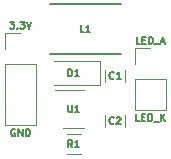
<source format=gto>
G04 #@! TF.FileFunction,Legend,Top*
%FSLAX46Y46*%
G04 Gerber Fmt 4.6, Leading zero omitted, Abs format (unit mm)*
G04 Created by KiCad (PCBNEW 4.0.6) date 07/26/17 22:00:31*
%MOMM*%
%LPD*%
G01*
G04 APERTURE LIST*
%ADD10C,0.100000*%
%ADD11C,0.150000*%
%ADD12C,0.120000*%
G04 APERTURE END LIST*
D10*
D11*
X101542858Y-96740000D02*
X101485715Y-96711429D01*
X101400001Y-96711429D01*
X101314286Y-96740000D01*
X101257144Y-96797143D01*
X101228572Y-96854286D01*
X101200001Y-96968571D01*
X101200001Y-97054286D01*
X101228572Y-97168571D01*
X101257144Y-97225714D01*
X101314286Y-97282857D01*
X101400001Y-97311429D01*
X101457144Y-97311429D01*
X101542858Y-97282857D01*
X101571429Y-97254286D01*
X101571429Y-97054286D01*
X101457144Y-97054286D01*
X101828572Y-97311429D02*
X101828572Y-96711429D01*
X102171429Y-97311429D01*
X102171429Y-96711429D01*
X102457143Y-97311429D02*
X102457143Y-96711429D01*
X102600000Y-96711429D01*
X102685715Y-96740000D01*
X102742857Y-96797143D01*
X102771429Y-96854286D01*
X102800000Y-96968571D01*
X102800000Y-97054286D01*
X102771429Y-97168571D01*
X102742857Y-97225714D01*
X102685715Y-97282857D01*
X102600000Y-97311429D01*
X102457143Y-97311429D01*
X101114285Y-87631429D02*
X101485714Y-87631429D01*
X101285714Y-87860000D01*
X101371428Y-87860000D01*
X101428571Y-87888571D01*
X101457142Y-87917143D01*
X101485714Y-87974286D01*
X101485714Y-88117143D01*
X101457142Y-88174286D01*
X101428571Y-88202857D01*
X101371428Y-88231429D01*
X101200000Y-88231429D01*
X101142857Y-88202857D01*
X101114285Y-88174286D01*
X101742857Y-88174286D02*
X101771429Y-88202857D01*
X101742857Y-88231429D01*
X101714286Y-88202857D01*
X101742857Y-88174286D01*
X101742857Y-88231429D01*
X101971428Y-87631429D02*
X102342857Y-87631429D01*
X102142857Y-87860000D01*
X102228571Y-87860000D01*
X102285714Y-87888571D01*
X102314285Y-87917143D01*
X102342857Y-87974286D01*
X102342857Y-88117143D01*
X102314285Y-88174286D01*
X102285714Y-88202857D01*
X102228571Y-88231429D01*
X102057143Y-88231429D01*
X102000000Y-88202857D01*
X101971428Y-88174286D01*
X102514286Y-87631429D02*
X102714286Y-88231429D01*
X102914286Y-87631429D01*
X112085714Y-96041429D02*
X111800000Y-96041429D01*
X111800000Y-95441429D01*
X112285714Y-95727143D02*
X112485714Y-95727143D01*
X112571428Y-96041429D02*
X112285714Y-96041429D01*
X112285714Y-95441429D01*
X112571428Y-95441429D01*
X112828571Y-96041429D02*
X112828571Y-95441429D01*
X112971428Y-95441429D01*
X113057143Y-95470000D01*
X113114285Y-95527143D01*
X113142857Y-95584286D01*
X113171428Y-95698571D01*
X113171428Y-95784286D01*
X113142857Y-95898571D01*
X113114285Y-95955714D01*
X113057143Y-96012857D01*
X112971428Y-96041429D01*
X112828571Y-96041429D01*
X113285714Y-96098571D02*
X113742857Y-96098571D01*
X113885714Y-96041429D02*
X113885714Y-95441429D01*
X114228571Y-96041429D02*
X113971428Y-95698571D01*
X114228571Y-95441429D02*
X113885714Y-95784286D01*
X112128571Y-89501429D02*
X111842857Y-89501429D01*
X111842857Y-88901429D01*
X112328571Y-89187143D02*
X112528571Y-89187143D01*
X112614285Y-89501429D02*
X112328571Y-89501429D01*
X112328571Y-88901429D01*
X112614285Y-88901429D01*
X112871428Y-89501429D02*
X112871428Y-88901429D01*
X113014285Y-88901429D01*
X113100000Y-88930000D01*
X113157142Y-88987143D01*
X113185714Y-89044286D01*
X113214285Y-89158571D01*
X113214285Y-89244286D01*
X113185714Y-89358571D01*
X113157142Y-89415714D01*
X113100000Y-89472857D01*
X113014285Y-89501429D01*
X112871428Y-89501429D01*
X113328571Y-89558571D02*
X113785714Y-89558571D01*
X113900000Y-89330000D02*
X114185714Y-89330000D01*
X113842857Y-89501429D02*
X114042857Y-88901429D01*
X114242857Y-89501429D01*
D12*
X105600000Y-96650000D02*
X107400000Y-96650000D01*
X107400000Y-93430000D02*
X104950000Y-93430000D01*
X110850000Y-96540000D02*
X110850000Y-95540000D01*
X109150000Y-95540000D02*
X109150000Y-96540000D01*
X110850000Y-92730000D02*
X110850000Y-91730000D01*
X109150000Y-91730000D02*
X109150000Y-92730000D01*
X111670000Y-95100000D02*
X114330000Y-95100000D01*
X111670000Y-92500000D02*
X111670000Y-95100000D01*
X114330000Y-92500000D02*
X114330000Y-95100000D01*
X111670000Y-92500000D02*
X114330000Y-92500000D01*
X111670000Y-91230000D02*
X111670000Y-89900000D01*
X111670000Y-89900000D02*
X113000000Y-89900000D01*
D11*
X110500000Y-90350000D02*
X104500000Y-90350000D01*
X110500000Y-86150000D02*
X104500000Y-86150000D01*
D12*
X107100000Y-98880000D02*
X105900000Y-98880000D01*
X105900000Y-97120000D02*
X107100000Y-97120000D01*
X100670000Y-96370000D02*
X103330000Y-96370000D01*
X100670000Y-91230000D02*
X100670000Y-96370000D01*
X103330000Y-91230000D02*
X103330000Y-96370000D01*
X100670000Y-91230000D02*
X103330000Y-91230000D01*
X100670000Y-89960000D02*
X100670000Y-88630000D01*
X100670000Y-88630000D02*
X102000000Y-88630000D01*
X108750000Y-93000000D02*
X108750000Y-91000000D01*
X108750000Y-91000000D02*
X104850000Y-91000000D01*
X108750000Y-93000000D02*
X104850000Y-93000000D01*
D11*
X106042857Y-94711429D02*
X106042857Y-95197143D01*
X106071429Y-95254286D01*
X106100000Y-95282857D01*
X106157143Y-95311429D01*
X106271429Y-95311429D01*
X106328571Y-95282857D01*
X106357143Y-95254286D01*
X106385714Y-95197143D01*
X106385714Y-94711429D01*
X106985714Y-95311429D02*
X106642857Y-95311429D01*
X106814285Y-95311429D02*
X106814285Y-94711429D01*
X106757142Y-94797143D01*
X106700000Y-94854286D01*
X106642857Y-94882857D01*
X109900000Y-96254286D02*
X109871429Y-96282857D01*
X109785715Y-96311429D01*
X109728572Y-96311429D01*
X109642857Y-96282857D01*
X109585715Y-96225714D01*
X109557143Y-96168571D01*
X109528572Y-96054286D01*
X109528572Y-95968571D01*
X109557143Y-95854286D01*
X109585715Y-95797143D01*
X109642857Y-95740000D01*
X109728572Y-95711429D01*
X109785715Y-95711429D01*
X109871429Y-95740000D01*
X109900000Y-95768571D01*
X110128572Y-95768571D02*
X110157143Y-95740000D01*
X110214286Y-95711429D01*
X110357143Y-95711429D01*
X110414286Y-95740000D01*
X110442857Y-95768571D01*
X110471429Y-95825714D01*
X110471429Y-95882857D01*
X110442857Y-95968571D01*
X110100000Y-96311429D01*
X110471429Y-96311429D01*
X109900000Y-92444286D02*
X109871429Y-92472857D01*
X109785715Y-92501429D01*
X109728572Y-92501429D01*
X109642857Y-92472857D01*
X109585715Y-92415714D01*
X109557143Y-92358571D01*
X109528572Y-92244286D01*
X109528572Y-92158571D01*
X109557143Y-92044286D01*
X109585715Y-91987143D01*
X109642857Y-91930000D01*
X109728572Y-91901429D01*
X109785715Y-91901429D01*
X109871429Y-91930000D01*
X109900000Y-91958571D01*
X110471429Y-92501429D02*
X110128572Y-92501429D01*
X110300000Y-92501429D02*
X110300000Y-91901429D01*
X110242857Y-91987143D01*
X110185715Y-92044286D01*
X110128572Y-92072857D01*
X107400000Y-88521429D02*
X107114286Y-88521429D01*
X107114286Y-87921429D01*
X107914286Y-88521429D02*
X107571429Y-88521429D01*
X107742857Y-88521429D02*
X107742857Y-87921429D01*
X107685714Y-88007143D01*
X107628572Y-88064286D01*
X107571429Y-88092857D01*
X106400000Y-98271429D02*
X106200000Y-97985714D01*
X106057143Y-98271429D02*
X106057143Y-97671429D01*
X106285715Y-97671429D01*
X106342857Y-97700000D01*
X106371429Y-97728571D01*
X106400000Y-97785714D01*
X106400000Y-97871429D01*
X106371429Y-97928571D01*
X106342857Y-97957143D01*
X106285715Y-97985714D01*
X106057143Y-97985714D01*
X106971429Y-98271429D02*
X106628572Y-98271429D01*
X106800000Y-98271429D02*
X106800000Y-97671429D01*
X106742857Y-97757143D01*
X106685715Y-97814286D01*
X106628572Y-97842857D01*
X106057143Y-92271429D02*
X106057143Y-91671429D01*
X106200000Y-91671429D01*
X106285715Y-91700000D01*
X106342857Y-91757143D01*
X106371429Y-91814286D01*
X106400000Y-91928571D01*
X106400000Y-92014286D01*
X106371429Y-92128571D01*
X106342857Y-92185714D01*
X106285715Y-92242857D01*
X106200000Y-92271429D01*
X106057143Y-92271429D01*
X106971429Y-92271429D02*
X106628572Y-92271429D01*
X106800000Y-92271429D02*
X106800000Y-91671429D01*
X106742857Y-91757143D01*
X106685715Y-91814286D01*
X106628572Y-91842857D01*
M02*

</source>
